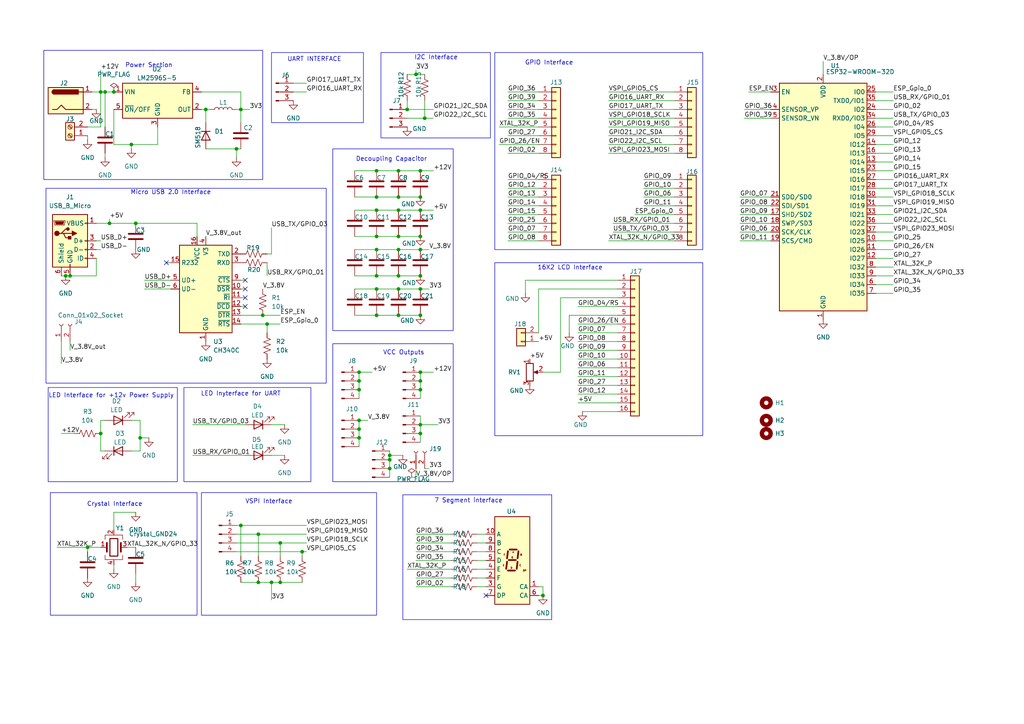
<source format=kicad_sch>
(kicad_sch (version 20250114) (generator "eeschema") (generator_version "9.0")
  (paper "A4")
  (title_block (title "ESP32 WROOM 32D"))
  (rectangle (start 116.84 143.51) (end 160.02 179.705))
  (rectangle (start 96.52 99.695) (end 131.445 139.7))
  (rectangle (start 58.42 142.875) (end 109.22 178.435))
  (rectangle (start 143.51 15.24) (end 203.835 72.39))
  (rectangle (start 12.7 14.605) (end 76.2 52.07))
  (rectangle (start 14.605 142.875) (end 57.15 178.435))
  (rectangle (start 110.49 15.24) (end 142.24 40.005))
  (rectangle (start 143.51 76.2) (end 203.835 126.365))
  (rectangle (start 13.97 112.395) (end 51.435 139.7))
  (rectangle (start 13.335 54.61) (end 94.615 111.125))
  (rectangle (start 53.34 112.395) (end 90.17 139.7))
  (rectangle (start 78.74 15.24) (end 105.41 35.56))
  (rectangle (start 96.52 43.18) (end 131.445 95.885))
  (text "16X2 LCD Interface" (at 165.354 77.724 0) (effects (font (size 1.27 1.27))))
  (text "LED Inyterface for UART" (at 69.85 114.3 0) (effects (font (size 1.27 1.27))))
  (text "7 Segment interface" (at 135.89 145.288 0) (effects (font (size 1.27 1.27))))
  (text "Decoupling Capacitor" (at 113.538 46.228 0) (effects (font (size 1.27 1.27))))
  (text "LED Interface for +12v Power Supply" (at 32.258 114.808 0) (effects (font (size 1.27 1.27))))
  (text "GPIO Interface" (at 159.258 18.288 0) (effects (font (size 1.27 1.27))))
  (text "Micro USB 2.0 Interface" (at 49.53 55.88 0) (effects (font (size 1.27 1.27))))
  (text "VSPI Interface" (at 77.978 145.542 0) (effects (font (size 1.27 1.27))))
  (text "UART INTERFACE" (at 91.186 17.272 0) (effects (font (size 1.27 1.27))))
  (text "VCC Outputs" (at 117.094 102.362 0) (effects (font (size 1.27 1.27))))
  (text "I2C Interface\n" (at 126.492 16.764 0) (effects (font (size 1.27 1.27))))
  (text "Power Section" (at 43.18 19.05 0) (effects (font (size 1.27 1.27))))
  (text "Crystal Interface" (at 33.274 146.304 0) (effects (font (size 1.27 1.27))))
  (junction (at 59.69 31.75))
  (junction (at 104.14 107.95))
  (junction (at 109.22 57.15))
  (junction (at 109.22 72.39))
  (junction (at 87.63 160.02))
  (junction (at 31.75 64.77))
  (junction (at 121.92 110.49))
  (junction (at 115.57 72.39))
  (junction (at 25.4 158.75))
  (junction (at 104.14 127))
  (junction (at 121.92 49.53))
  (junction (at 81.28 157.48))
  (junction (at 115.57 49.53))
  (junction (at 19.05 80.01))
  (junction (at 109.22 68.58))
  (junction (at 104.14 113.03))
  (junction (at 123.19 34.29))
  (junction (at 115.57 91.44))
  (junction (at 33.02 26.67))
  (junction (at 109.22 49.53))
  (junction (at 113.03 132.08))
  (junction (at 121.92 80.01))
  (junction (at 20.32 80.01))
  (junction (at 113.03 133.35))
  (junction (at 115.57 60.96))
  (junction (at 74.93 168.91))
  (junction (at 113.03 135.89))
  (junction (at 115.57 83.82))
  (junction (at 104.14 121.92))
  (junction (at 121.92 107.95))
  (junction (at 120.65 21.59))
  (junction (at 121.92 60.96))
  (junction (at 118.11 31.75))
  (junction (at 121.92 57.15))
  (junction (at 121.92 123.19))
  (junction (at 74.93 154.94))
  (junction (at 121.92 68.58))
  (junction (at 157.48 172.72))
  (junction (at 115.57 68.58))
  (junction (at 115.57 57.15))
  (junction (at 76.2 91.44))
  (junction (at 121.92 83.82))
  (junction (at 29.21 26.67))
  (junction (at 68.58 43.18))
  (junction (at 109.22 91.44))
  (junction (at 109.22 60.96))
  (junction (at 109.22 80.01))
  (junction (at 104.14 124.46))
  (junction (at 77.47 93.98))
  (junction (at 69.85 152.4))
  (junction (at 121.92 125.73))
  (junction (at 38.1 41.91))
  (junction (at 81.28 168.91))
  (junction (at 29.21 125.73))
  (junction (at 78.74 168.91))
  (junction (at 121.92 113.03))
  (junction (at 69.85 31.75))
  (junction (at 121.92 72.39))
  (junction (at 39.37 64.77))
  (junction (at 121.92 91.44))
  (junction (at 115.57 80.01))
  (junction (at 40.64 127))
  (junction (at 104.14 110.49))
  (junction (at 109.22 83.82))
  (junction (at 30.48 26.67))
  (no_connect (at 71.12 86.36))
  (no_connect (at 48.26 76.2))
  (no_connect (at 71.12 81.28))
  (no_connect (at 71.12 83.82))
  (no_connect (at 140.97 172.72))
  (no_connect (at 71.12 88.9))
  (wire (pts (xy 33.02 148.59) (xy 39.37 148.59)))
  (wire (pts (xy 87.63 160.02) (xy 87.63 161.29)))
  (wire (pts (xy 33.02 31.75) (xy 33.02 41.91)))
  (wire (pts (xy 119.38 138.43) (xy 120.65 138.43)))
  (wire (pts (xy 19.05 80.01) (xy 20.32 80.01)))
  (wire (pts (xy 38.1 43.18) (xy 38.1 41.91)))
  (wire (pts (xy 156.21 83.82) (xy 156.21 96.52)))
  (wire (pts (xy 102.87 60.96) (xy 109.22 60.96)))
  (wire (pts (xy 102.87 72.39) (xy 109.22 72.39)))
  (wire (pts (xy 259.08 36.83) (xy 254 36.83)))
  (wire (pts (xy 20.32 101.6) (xy 20.32 99.06)))
  (wire (pts (xy 115.57 57.15) (xy 121.92 57.15)))
  (wire (pts (xy 76.2 91.44) (xy 81.28 91.44)))
  (wire (pts (xy 81.28 157.48) (xy 68.58 157.48)))
  (wire (pts (xy 254 29.21) (xy 259.08 29.21)))
  (wire (pts (xy 186.69 57.15) (xy 195.58 57.15)))
  (wire (pts (xy 88.9 152.4) (xy 69.85 152.4)))
  (wire (pts (xy 179.07 86.36) (xy 162.56 86.36)))
  (wire (pts (xy 104.14 121.92) (xy 104.14 124.46)))
  (wire (pts (xy 167.64 114.3) (xy 179.07 114.3)))
  (wire (pts (xy 109.22 72.39) (xy 115.57 72.39)))
  (wire (pts (xy 27.94 64.77) (xy 31.75 64.77)))
  (wire (pts (xy 176.53 69.85) (xy 195.58 69.85)))
  (wire (pts (xy 254 34.29) (xy 259.08 34.29)))
  (wire (pts (xy 259.08 72.39) (xy 254 72.39)))
  (wire (pts (xy 138.43 170.18) (xy 140.97 170.18)))
  (wire (pts (xy 157.48 172.72) (xy 156.21 172.72)))
  (wire (pts (xy 259.08 62.23) (xy 254 62.23)))
  (wire (pts (xy 123.19 34.29) (xy 125.73 34.29)))
  (wire (pts (xy 121.92 110.49) (xy 121.92 113.03)))
  (wire (pts (xy 125.73 31.75) (xy 118.11 31.75)))
  (wire (pts (xy 176.53 39.37) (xy 195.58 39.37)))
  (wire (pts (xy 113.03 135.89) (xy 113.03 138.43)))
  (wire (pts (xy 102.87 80.01) (xy 109.22 80.01)))
  (wire (pts (xy 88.9 157.48) (xy 81.28 157.48)))
  (wire (pts (xy 120.65 20.32) (xy 120.65 21.59)))
  (wire (pts (xy 120.65 170.18) (xy 130.81 170.18)))
  (wire (pts (xy 33.02 41.91) (xy 38.1 41.91)))
  (wire (pts (xy 16.51 158.75) (xy 25.4 158.75)))
  (wire (pts (xy 26.67 26.67) (xy 29.21 26.67)))
  (wire (pts (xy 109.22 49.53) (xy 115.57 49.53)))
  (wire (pts (xy 33.02 26.67) (xy 30.48 26.67)))
  (wire (pts (xy 120.65 162.56) (xy 130.81 162.56)))
  (wire (pts (xy 147.32 29.21) (xy 156.21 29.21)))
  (wire (pts (xy 168.91 119.38) (xy 179.07 119.38)))
  (wire (pts (xy 69.85 168.91) (xy 74.93 168.91)))
  (wire (pts (xy 121.92 83.82) (xy 124.46 83.82)))
  (wire (pts (xy 113.03 132.08) (xy 113.03 133.35)))
  (wire (pts (xy 167.64 99.06) (xy 179.07 99.06)))
  (wire (pts (xy 121.92 125.73) (xy 121.92 128.27)))
  (wire (pts (xy 147.32 26.67) (xy 156.21 26.67)))
  (wire (pts (xy 88.9 26.67) (xy 85.09 26.67)))
  (wire (pts (xy 78.74 66.04) (xy 78.74 73.66)))
  (wire (pts (xy 109.22 91.44) (xy 115.57 91.44)))
  (wire (pts (xy 31.75 63.5) (xy 31.75 64.77)))
  (wire (pts (xy 147.32 69.85) (xy 156.21 69.85)))
  (wire (pts (xy 152.4 81.28) (xy 152.4 85.09)))
  (wire (pts (xy 176.53 41.91) (xy 195.58 41.91)))
  (wire (pts (xy 55.88 132.08) (xy 71.12 132.08)))
  (wire (pts (xy 121.92 123.19) (xy 127 123.19)))
  (wire (pts (xy 259.08 46.99) (xy 254 46.99)))
  (wire (pts (xy 77.47 93.98) (xy 81.28 93.98)))
  (wire (pts (xy 113.03 130.81) (xy 113.03 132.08)))
  (wire (pts (xy 113.03 133.35) (xy 113.03 135.89)))
  (wire (pts (xy 104.14 127) (xy 104.14 129.54)))
  (wire (pts (xy 147.32 54.61) (xy 156.21 54.61)))
  (wire (pts (xy 118.11 165.1) (xy 130.81 165.1)))
  (wire (pts (xy 118.11 21.59) (xy 120.65 21.59)))
  (wire (pts (xy 102.87 83.82) (xy 109.22 83.82)))
  (wire (pts (xy 102.87 68.58) (xy 109.22 68.58)))
  (wire (pts (xy 115.57 68.58) (xy 121.92 68.58)))
  (wire (pts (xy 31.75 64.77) (xy 39.37 64.77)))
  (wire (pts (xy 259.08 44.45) (xy 254 44.45)))
  (wire (pts (xy 186.69 54.61) (xy 195.58 54.61)))
  (wire (pts (xy 71.12 83.82) (xy 69.85 83.82)))
  (wire (pts (xy 68.58 43.18) (xy 68.58 45.72)))
  (wire (pts (xy 69.85 43.18) (xy 68.58 43.18)))
  (wire (pts (xy 87.63 160.02) (xy 68.58 160.02)))
  (wire (pts (xy 214.63 64.77) (xy 223.52 64.77)))
  (wire (pts (xy 109.22 57.15) (xy 115.57 57.15)))
  (wire (pts (xy 147.32 34.29) (xy 156.21 34.29)))
  (wire (pts (xy 167.64 101.6) (xy 179.07 101.6)))
  (wire (pts (xy 30.48 26.67) (xy 30.48 36.83)))
  (wire (pts (xy 144.78 41.91) (xy 156.21 41.91)))
  (wire (pts (xy 167.64 106.68) (xy 179.07 106.68)))
  (wire (pts (xy 147.32 67.31) (xy 156.21 67.31)))
  (wire (pts (xy 59.69 31.75) (xy 59.69 35.56)))
  (wire (pts (xy 165.1 91.44) (xy 165.1 96.52)))
  (wire (pts (xy 39.37 64.77) (xy 57.15 64.77)))
  (wire (pts (xy 29.21 26.67) (xy 30.48 26.67)))
  (wire (pts (xy 176.53 36.83) (xy 195.58 36.83)))
  (wire (pts (xy 20.32 80.01) (xy 27.94 80.01)))
  (wire (pts (xy 49.53 83.82) (xy 41.91 83.82)))
  (wire (pts (xy 58.42 26.67) (xy 69.85 26.67)))
  (wire (pts (xy 88.9 24.13) (xy 85.09 24.13)))
  (wire (pts (xy 214.63 67.31) (xy 223.52 67.31)))
  (wire (pts (xy 36.83 158.75) (xy 39.37 158.75)))
  (wire (pts (xy 29.21 36.83) (xy 29.21 26.67)))
  (wire (pts (xy 259.08 69.85) (xy 254 69.85)))
  (wire (pts (xy 78.74 132.08) (xy 82.55 132.08)))
  (wire (pts (xy 121.92 72.39) (xy 124.46 72.39)))
  (wire (pts (xy 69.85 26.67) (xy 69.85 31.75)))
  (wire (pts (xy 30.48 130.81) (xy 29.21 130.81)))
  (wire (pts (xy 104.14 124.46) (xy 104.14 127)))
  (wire (pts (xy 30.48 44.45) (xy 30.48 45.72)))
  (wire (pts (xy 40.64 130.81) (xy 40.64 127)))
  (wire (pts (xy 121.92 107.95) (xy 121.92 110.49)))
  (wire (pts (xy 104.14 110.49) (xy 104.14 113.03)))
  (wire (pts (xy 17.78 125.73) (xy 21.59 125.73)))
  (wire (pts (xy 147.32 44.45) (xy 156.21 44.45)))
  (wire (pts (xy 29.21 20.32) (xy 29.21 26.67)))
  (wire (pts (xy 104.14 113.03) (xy 104.14 115.57)))
  (wire (pts (xy 59.69 31.75) (xy 60.96 31.75)))
  (wire (pts (xy 78.74 168.91) (xy 78.74 173.99)))
  (wire (pts (xy 177.8 64.77) (xy 195.58 64.77)))
  (wire (pts (xy 26.67 31.75) (xy 27.94 31.75)))
  (wire (pts (xy 138.43 157.48) (xy 140.97 157.48)))
  (wire (pts (xy 39.37 166.37) (xy 39.37 168.91)))
  (wire (pts (xy 120.65 154.94) (xy 130.81 154.94)))
  (wire (pts (xy 259.08 41.91) (xy 254 41.91)))
  (wire (pts (xy 138.43 162.56) (xy 140.97 162.56)))
  (wire (pts (xy 57.15 68.58) (xy 57.15 64.77)))
  (wire (pts (xy 259.08 39.37) (xy 254 39.37)))
  (wire (pts (xy 120.65 157.48) (xy 130.81 157.48)))
  (wire (pts (xy 104.14 107.95) (xy 107.95 107.95)))
  (wire (pts (xy 45.72 41.91) (xy 38.1 41.91)))
  (wire (pts (xy 259.08 26.67) (xy 254 26.67)))
  (wire (pts (xy 17.78 105.41) (xy 17.78 99.06)))
  (wire (pts (xy 156.21 170.18) (xy 157.48 170.18)))
  (wire (pts (xy 49.53 81.28) (xy 41.91 81.28)))
  (wire (pts (xy 186.69 52.07) (xy 195.58 52.07)))
  (wire (pts (xy 162.56 86.36) (xy 162.56 107.95)))
  (wire (pts (xy 124.46 135.89) (xy 123.19 135.89)))
  (wire (pts (xy 259.08 77.47) (xy 254 77.47)))
  (wire (pts (xy 259.08 85.09) (xy 254 85.09)))
  (wire (pts (xy 147.32 31.75) (xy 156.21 31.75)))
  (wire (pts (xy 147.32 62.23) (xy 156.21 62.23)))
  (wire (pts (xy 121.92 107.95) (xy 125.73 107.95)))
  (wire (pts (xy 214.63 57.15) (xy 223.52 57.15)))
  (wire (pts (xy 121.92 120.65) (xy 121.92 123.19)))
  (wire (pts (xy 176.53 34.29) (xy 195.58 34.29)))
  (wire (pts (xy 71.12 88.9) (xy 69.85 88.9)))
  (wire (pts (xy 69.85 93.98) (xy 77.47 93.98)))
  (wire (pts (xy 259.08 67.31) (xy 254 67.31)))
  (wire (pts (xy 74.93 154.94) (xy 88.9 154.94)))
  (wire (pts (xy 25.4 158.75) (xy 25.4 160.02)))
  (wire (pts (xy 27.94 74.93) (xy 27.94 80.01)))
  (wire (pts (xy 147.32 57.15) (xy 156.21 57.15)))
  (wire (pts (xy 215.9 34.29) (xy 223.52 34.29)))
  (wire (pts (xy 147.32 39.37) (xy 156.21 39.37)))
  (wire (pts (xy 138.43 154.94) (xy 140.97 154.94)))
  (wire (pts (xy 123.19 29.21) (xy 123.19 34.29)))
  (wire (pts (xy 259.08 59.69) (xy 254 59.69)))
  (wire (pts (xy 120.65 160.02) (xy 130.81 160.02)))
  (wire (pts (xy 176.53 44.45) (xy 195.58 44.45)))
  (wire (pts (xy 40.64 127) (xy 43.18 127)))
  (wire (pts (xy 259.08 52.07) (xy 254 52.07)))
  (wire (pts (xy 38.1 121.92) (xy 40.64 121.92)))
  (wire (pts (xy 176.53 29.21) (xy 195.58 29.21)))
  (wire (pts (xy 48.26 76.2) (xy 49.53 76.2)))
  (wire (pts (xy 167.64 88.9) (xy 179.07 88.9)))
  (wire (pts (xy 78.74 123.19) (xy 82.55 123.19)))
  (wire (pts (xy 120.65 21.59) (xy 123.19 21.59)))
  (wire (pts (xy 121.92 60.96) (xy 125.73 60.96)))
  (wire (pts (xy 71.12 81.28) (xy 69.85 81.28)))
  (wire (pts (xy 217.17 26.67) (xy 223.52 26.67)))
  (wire (pts (xy 102.87 49.53) (xy 109.22 49.53)))
  (wire (pts (xy 38.1 130.81) (xy 40.64 130.81)))
  (wire (pts (xy 68.58 154.94) (xy 74.93 154.94)))
  (wire (pts (xy 147.32 52.07) (xy 156.21 52.07)))
  (wire (pts (xy 120.65 167.64) (xy 130.81 167.64)))
  (wire (pts (xy 115.57 49.53) (xy 121.92 49.53)))
  (wire (pts (xy 109.22 83.82) (xy 115.57 83.82)))
  (wire (pts (xy 115.57 80.01) (xy 121.92 80.01)))
  (wire (pts (xy 29.21 130.81) (xy 29.21 125.73)))
  (wire (pts (xy 167.64 104.14) (xy 179.07 104.14)))
  (wire (pts (xy 27.94 72.39) (xy 29.21 72.39)))
  (wire (pts (xy 138.43 167.64) (xy 140.97 167.64)))
  (wire (pts (xy 69.85 91.44) (xy 76.2 91.44)))
  (wire (pts (xy 238.76 17.78) (xy 238.76 21.59)))
  (wire (pts (xy 109.22 60.96) (xy 115.57 60.96)))
  (wire (pts (xy 74.93 168.91) (xy 78.74 168.91)))
  (wire (pts (xy 115.57 72.39) (xy 121.92 72.39)))
  (wire (pts (xy 33.02 153.67) (xy 33.02 148.59)))
  (wire (pts (xy 25.4 36.83) (xy 29.21 36.83)))
  (wire (pts (xy 29.21 125.73) (xy 29.21 121.92)))
  (wire (pts (xy 55.88 123.19) (xy 71.12 123.19)))
  (wire (pts (xy 45.72 36.83) (xy 45.72 41.91)))
  (wire (pts (xy 144.78 36.83) (xy 156.21 36.83)))
  (wire (pts (xy 259.08 82.55) (xy 254 82.55)))
  (wire (pts (xy 77.47 73.66) (xy 78.74 73.66)))
  (wire (pts (xy 71.12 86.36) (xy 69.85 86.36)))
  (wire (pts (xy 184.15 62.23) (xy 195.58 62.23)))
  (wire (pts (xy 186.69 59.69) (xy 195.58 59.69)))
  (wire (pts (xy 104.14 107.95) (xy 104.14 110.49)))
  (wire (pts (xy 147.32 59.69) (xy 156.21 59.69)))
  (wire (pts (xy 214.63 69.85) (xy 223.52 69.85)))
  (wire (pts (xy 118.11 34.29) (xy 123.19 34.29)))
  (wire (pts (xy 88.9 160.02) (xy 87.63 160.02)))
  (wire (pts (xy 259.08 31.75) (xy 254 31.75)))
  (wire (pts (xy 74.93 161.29) (xy 74.93 154.94)))
  (wire (pts (xy 214.63 59.69) (xy 223.52 59.69)))
  (wire (pts (xy 167.64 116.84) (xy 179.07 116.84)))
  (wire (pts (xy 259.08 64.77) (xy 254 64.77)))
  (wire (pts (xy 78.74 168.91) (xy 81.28 168.91)))
  (wire (pts (xy 179.07 91.44) (xy 165.1 91.44)))
  (wire (pts (xy 121.92 123.19) (xy 121.92 125.73)))
  (wire (pts (xy 59.69 43.18) (xy 68.58 43.18)))
  (wire (pts (xy 214.63 62.23) (xy 223.52 62.23)))
  (wire (pts (xy 259.08 80.01) (xy 254 80.01)))
  (wire (pts (xy 40.64 127) (xy 40.64 121.92)))
  (wire (pts (xy 113.03 132.08) (xy 116.84 132.08)))
  (wire (pts (xy 167.64 111.76) (xy 179.07 111.76)))
  (wire (pts (xy 259.08 57.15) (xy 254 57.15)))
  (wire (pts (xy 176.53 26.67) (xy 195.58 26.67)))
  (wire (pts (xy 162.56 107.95) (xy 157.48 107.95)))
  (wire (pts (xy 152.4 81.28) (xy 179.07 81.28)))
  (wire (pts (xy 69.85 31.75) (xy 69.85 35.56)))
  (wire (pts (xy 215.9 31.75) (xy 223.52 31.75)))
  (wire (pts (xy 69.85 152.4) (xy 68.58 152.4)))
  (wire (pts (xy 259.08 74.93) (xy 254 74.93)))
  (wire (pts (xy 156.21 83.82) (xy 179.07 83.82)))
  (wire (pts (xy 121.92 113.03) (xy 121.92 115.57)))
  (wire (pts (xy 33.02 163.83) (xy 33.02 165.1)))
  (wire (pts (xy 102.87 57.15) (xy 109.22 57.15)))
  (wire (pts (xy 77.47 93.98) (xy 77.47 96.52)))
  (wire (pts (xy 25.4 158.75) (xy 29.21 158.75)))
  (wire (pts (xy 58.42 31.75) (xy 59.69 31.75)))
  (wire (pts (xy 157.48 170.18) (xy 157.48 172.72)))
  (wire (pts (xy 109.22 68.58) (xy 115.57 68.58)))
  (wire (pts (xy 121.92 49.53) (xy 125.73 49.53)))
  (wire (pts (xy 259.08 54.61) (xy 254 54.61)))
  (wire (pts (xy 17.78 80.01) (xy 19.05 80.01)))
  (wire (pts (xy 81.28 157.48) (xy 81.28 161.29)))
  (wire (pts (xy 77.47 76.2) (xy 77.47 80.01)))
  (wire (pts (xy 147.32 64.77) (xy 156.21 64.77)))
  (wire (pts (xy 176.53 31.75) (xy 195.58 31.75)))
  (wire (pts (xy 81.28 168.91) (xy 87.63 168.91)))
  (wire (pts (xy 118.11 29.21) (xy 118.11 31.75)))
  (wire (pts (xy 109.22 80.01) (xy 115.57 80.01)))
  (wire (pts (xy 29.21 121.92) (xy 30.48 121.92)))
  (wire (pts (xy 138.43 160.02) (xy 140.97 160.02)))
  (wire (pts (xy 69.85 31.75) (xy 68.58 31.75)))
  (wire (pts (xy 167.64 93.98) (xy 179.07 93.98)))
  (wire (pts (xy 120.65 138.43) (xy 120.65 135.89)))
  (wire (pts (xy 177.8 67.31) (xy 195.58 67.31)))
  (wire (pts (xy 167.64 96.52) (xy 179.07 96.52)))
  (wire (pts (xy 167.64 109.22) (xy 179.07 109.22)))
  (wire (pts (xy 69.85 152.4) (xy 69.85 161.29)))
  (wire (pts (xy 259.08 49.53) (xy 254 49.53)))
  (wire (pts (xy 25.4 39.37) (xy 25.4 40.64)))
  (wire (pts (xy 115.57 91.44) (xy 121.92 91.44)))
  (wire (pts (xy 102.87 91.44) (xy 109.22 91.44)))
  (wire (pts (xy 115.57 83.82) (xy 121.92 83.82)))
  (wire (pts (xy 138.43 165.1) (xy 140.97 165.1)))
  (wire (pts (xy 72.39 31.75) (xy 69.85 31.75)))
  (wire (pts (xy 115.57 60.96) (xy 121.92 60.96)))
  (wire (pts (xy 104.14 121.92) (xy 106.68 121.92)))
  (wire (pts (xy 29.21 69.85) (xy 27.94 69.85)))
  (label "GPIO16_UART_RX" (at 176.53 29.21 0))
  (label "GPIO22_I2C_SCL" (at 259.08 64.77 0))
  (label "GPIO22_I2C_SCL" (at 125.73 34.29 0))
  (label "VSPI_GPIO19_MISO" (at 176.53 36.83 0))
  (label "GPIO_08" (at 147.32 69.85 0))
  (label "GPIO17_UART_TX" (at 88.9 24.13 0))
  (label "V_3.8V_out" (at 59.69 68.58 0))
  (label "GPIO_34" (at 259.08 82.55 0))
  (label "3V3" (at 124.46 83.82 0))
  (label "USB_RX{slash}GPIO_01" (at 177.8 64.77 0))
  (label "GPIO_02" (at 147.32 44.45 0))
  (label "GPIO_14" (at 147.32 59.69 0))
  (label "GPIO_25" (at 259.08 69.85 0))
  (label "GPIO_26{slash}EN" (at 259.08 72.39 0))
  (label "GPIO_39" (at 215.9 34.29 0))
  (label "USB_D-" (at 41.91 83.82 0))
  (label "ESP_Gpio_0" (at 184.15 62.23 0))
  (label "VSPI_GPIO23_MOSI" (at 176.53 44.45 0))
  (label "+5V" (at 156.21 99.06 0))
  (label "GPIO_11" (at 186.69 59.69 0))
  (label "3V3" (at 78.74 173.99 0))
  (label "XTAL_32K_P" (at 259.08 77.47 0))
  (label "GPIO_09" (at 186.69 52.07 0))
  (label "+5V" (at 31.75 63.5 0))
  (label "GPIO_27" (at 147.32 39.37 0))
  (label "GPIO22_I2C_SCL" (at 176.53 41.91 0))
  (label "GPIO_27" (at 167.64 111.76 0))
  (label "VSPI_GPIO19_MISO" (at 259.08 59.69 0))
  (label "XTAL_32K_N{slash}GPIO_33" (at 176.53 69.85 0))
  (label "GPIO_13" (at 259.08 44.45 0))
  (label "GPIO21_I2C_SDA" (at 125.73 31.75 0))
  (label "VSPI_GPIO23_MOSI" (at 88.9 152.4 0))
  (label "GPIO_04{slash}RS" (at 259.08 36.83 0))
  (label "GPIO_35" (at 120.65 162.56 0))
  (label "USB_TX{slash}GPIO_03" (at 78.74 66.04 0))
  (label "GPIO21_I2C_SDA" (at 176.53 39.37 0))
  (label "USB_D+" (at 29.21 69.85 0))
  (label "GPIO16_UART_RX" (at 259.08 52.07 0))
  (label "VSPI_GPIO5_CS" (at 176.53 26.67 0))
  (label "XTAL_32K_P" (at 16.51 158.75 0))
  (label "GPIO_35" (at 259.08 85.09 0))
  (label "GPIO_06" (at 214.63 67.31 0))
  (label "+12V" (at 17.78 125.73 0))
  (label "GPIO_36" (at 215.9 31.75 0))
  (label "USB_TX{slash}GPIO_03" (at 259.08 34.29 0))
  (label "VSPI_GPIO5_CS" (at 259.08 39.37 0))
  (label "+12V" (at 125.73 107.95 0))
  (label "XTAL_32K_N{slash}GPIO_33" (at 259.08 80.01 0))
  (label "USB_RX{slash}GPIO_01" (at 55.88 132.08 0))
  (label "VSPI_GPIO18_SCLK" (at 88.9 157.48 0))
  (label "GPIO_13" (at 147.32 57.15 0))
  (label "GPIO_25" (at 147.32 64.77 0))
  (label "GPIO21_I2C_SDA" (at 259.08 62.23 0))
  (label "GPIO_12" (at 147.32 54.61 0))
  (label "GPIO_10" (at 214.63 64.77 0))
  (label "XTAL_32K_N{slash}GPIO_33" (at 36.83 158.75 0))
  (label "GPIO_02" (at 120.65 170.18 0))
  (label "GPIO_08" (at 214.63 59.69 0))
  (label "GPIO_04{slash}RS" (at 167.64 88.9 0))
  (label "GPIO_14" (at 259.08 46.99 0))
  (label "GPIO_36" (at 120.65 154.94 0))
  (label "ESP_Gpio_0" (at 81.28 93.98 0))
  (label "GPIO_04{slash}RS" (at 147.32 52.07 0))
  (label "USB_RX{slash}GPIO_01" (at 259.08 29.21 0))
  (label "VSPI_GPIO18_SCLK" (at 259.08 57.15 0))
  (label "+5V" (at 107.95 107.95 0))
  (label "GPIO_34" (at 147.32 31.75 0))
  (label "VSPI_GPIO5_CS" (at 88.9 160.02 0))
  (label "GPIO_10" (at 167.64 104.14 0))
  (label "GPIO_12" (at 259.08 41.91 0))
  (label "GPIO_12" (at 167.64 114.3 0))
  (label "+5V" (at 125.73 60.96 0))
  (label "GPIO_06" (at 167.64 106.68 0))
  (label "GPIO_11" (at 214.63 69.85 0))
  (label "+12V" (at 125.73 49.53 0))
  (label "GPIO16_UART_RX" (at 88.9 26.67 0))
  (label "XTAL_32K_P" (at 144.78 36.83 0))
  (label "GPIO17_UART_TX" (at 259.08 54.61 0))
  (label "GPIO_35" (at 147.32 34.29 0))
  (label "V_3.8V_out" (at 20.32 101.6 0))
  (label "3V3" (at 127 123.19 0))
  (label "V_3.8V" (at 17.78 105.41 0))
  (label "GPIO_09" (at 214.63 62.23 0))
  (label "GPIO_26{slash}EN" (at 144.78 41.91 0))
  (label "VSPI_GPIO23_MOSI" (at 259.08 67.31 0))
  (label "+5V" (at 167.64 116.84 0))
  (label "ESP_EN" (at 217.17 26.67 0))
  (label "USB_D-" (at 29.21 72.39 0))
  (label "V_3.8V{slash}OP" (at 120.65 138.43 0))
  (label "V_3.8V" (at 124.46 72.39 0))
  (label "3V3" (at 72.39 31.75 0))
  (label "GPIO_09" (at 167.64 101.6 0))
  (label "USB_D+" (at 41.91 81.28 0))
  (label "GPIO_07" (at 167.64 96.52 0))
  (label "GPIO_02" (at 259.08 31.75 0))
  (label "3V3" (at 120.65 20.32 0))
  (label "GPIO_07" (at 214.63 57.15 0))
  (label "V_3.8V" (at 76.2 83.82 0))
  (label "GPIO_39" (at 147.32 29.21 0))
  (label "GPIO_08" (at 167.64 99.06 0))
  (label "GPIO17_UART_TX" (at 176.53 31.75 0))
  (label "USB_RX{slash}GPIO_01" (at 77.47 80.01 0))
  (label "GPIO_07" (at 147.32 67.31 0))
  (label "ESP_EN" (at 81.28 91.44 0))
  (label "ESP_Gpio_0" (at 259.08 26.67 0))
  (label "V_3.8V" (at 106.68 121.92 0))
  (label "GPIO_36" (at 147.32 26.67 0))
  (label "+12V" (at 29.21 20.32 0))
  (label "VSPI_GPIO19_MISO" (at 88.9 154.94 0))
  (label "GPIO_10" (at 186.69 54.61 0))
  (label "GPIO_06" (at 186.69 57.15 0))
  (label "USB_TX{slash}GPIO_03" (at 177.8 67.31 0))
  (label "GPIO_39" (at 120.65 157.48 0))
  (label "GPIO_15" (at 259.08 49.53 0))
  (label "V_3.8V{slash}OP" (at 238.76 17.78 0))
  (label "GPIO_34" (at 120.65 160.02 0))
  (label "GPIO_11" (at 167.64 109.22 0))
  (label "GPIO_27" (at 120.65 167.64 0))
  (label "3V3" (at 124.46 135.89 0))
  (label "XTAL_32K_P" (at 118.11 165.1 0))
  (label "+5V" (at 153.67 104.14 0))
  (label "USB_TX{slash}GPIO_03" (at 55.88 123.19 0))
  (label "VSPI_GPIO18_SCLK" (at 176.53 34.29 0))
  (label "GPIO_15" (at 147.32 62.23 0))
  (label "GPIO_26{slash}EN" (at 167.64 93.98 0))
  (label "GPIO_27" (at 259.08 74.93 0))
  (symbol (lib_id "Device:R_US") (at 134.62 160.02 270) (unit 1)
    (property "Reference" "R14" (at 131.318 160.02 90) (effects (justify left)))
    (property "Value" "10k" (effects (hide yes)))
    (property "Footprint" "Resistor_SMD:R_0805_2012Metric_Pad1.20x1.40mm_HandSolder" (effects (hide yes)))
    (property "Description" "Resistor, US symbol" (effects (hide yes)))
  )
  (symbol (lib_id "power:GND") (at 85.09 29.21 0) (unit 1)
    (property "Reference" "#PWR018" (effects (hide yes)))
    (property "Value" "GND" (at 85.09 34.29 0))
    (property "Description" "Power symbol creates a global label with name \"GND\" , ground" (effects (hide yes)))
  )
  (symbol (lib_id "Device:C") (at 109.22 87.63 0) (unit 1)
    (property "Reference" "C19" (at 109.22 85.852 0) (effects (justify left)))
    (property "Value" "C" (effects (hide yes)))
    (property "Footprint" "Capacitor_SMD:C_0805_2012Metric_Pad1.18x1.45mm_HandSolder" (effects (hide yes)))
    (property "Description" "Unpolarized capacitor" (effects (hide yes)))
  )
  (symbol (lib_id "Device:R_US") (at 69.85 165.1 0) (unit 1)
    (property "Reference" "R6" (at 65.278 163.322 0) (effects (justify left)))
    (property "Value" "10k" (at 65.278 165.862 0) (effects (justify left)))
    (property "Footprint" "Resistor_SMD:R_0805_2012Metric_Pad1.20x1.40mm_HandSolder" (effects (hide yes)))
    (property "Description" "Resistor, US symbol" (effects (hide yes)))
  )
  (symbol (lib_id "Device:C") (at 109.22 53.34 0) (unit 1)
    (property "Reference" "C7" (at 109.22 51.562 0) (effects (justify left)))
    (property "Value" "C" (effects (hide yes)))
    (property "Footprint" "Capacitor_SMD:C_0805_2012Metric_Pad1.18x1.45mm_HandSolder" (effects (hide yes)))
    (property "Description" "Unpolarized capacitor" (effects (hide yes)))
  )
  (symbol (lib_id "Connector:Conn_01x02_Socket") (at 120.65 130.81 90) (unit 1)
    (property "Reference" "J19" (at 124.46 130.1749 90) (effects (justify right)))
    (property "Value" "Conn_01x02_Socket" (effects (hide yes)))
    (property "Footprint" "Connector_Molex:Molex_KK-254_AE-6410-02A_1x02_P2.54mm_Vertical" (effects (hide yes)))
    (property "Description" "Generic connector, single row, 01x02, script generated" (effects (hide yes)))
  )
  (symbol (lib_id "Interface_USB:CH340C") (at 59.69 83.82 0) (unit 1)
    (property "Reference" "U3" (at 61.8333 99.06 0) (effects (justify left)))
    (property "Value" "CH340C" (at 61.8333 101.6 0) (effects (justify left)))
    (property "Footprint" "Package_SO:SOIC-16_3.9x9.9mm_P1.27mm" (effects (hide yes)))
    (property "Datasheet" "https://datasheet.lcsc.com/szlcsc/Jiangsu-Qin-Heng-CH340C_C84681.pdf" (effects (hide yes)))
    (property "Description" "USB serial converter, crystal-less, UART, SOIC-16" (effects (hide yes)))
  )
  (symbol (lib_id "power:PWR_FLAG") (at 33.02 26.67 0) (unit 1)
    (property "Reference" "#FLG01" (effects (hide yes)))
    (property "Value" "PWR_FLAG" (at 33.02 21.59 0))
    (property "Description" "Special symbol for telling ERC where power comes from" (effects (hide yes)))
  )
  (symbol (lib_id "power:GND") (at 121.92 57.15 0) (unit 1)
    (property "Reference" "#PWR021" (effects (hide yes)))
    (property "Value" "GND" (at 118.364 59.182 0))
    (property "Description" "Power symbol creates a global label with name \"GND\" , ground" (effects (hide yes)))
  )
  (symbol (lib_id "Regulator_Switching:LM2596S-5") (at 45.72 29.21 0) (unit 1)
    (property "Reference" "U2" (at 45.466 20.066 0))
    (property "Value" "LM2596S-5" (at 45.466 22.606 0))
    (property "Footprint" "Package_TO_SOT_SMD:TO-263-5_TabPin3" (effects (hide yes)))
    (property "Datasheet" "http://www.ti.com/lit/ds/symlink/lm2596.pdf" (effects (hide yes)))
    (property "Description" "5V 3A Step-Down Voltage Regulator, TO-263" (effects (hide yes)))
  )
  (symbol (lib_id "Connector:Conn_01x04_Pin") (at 99.06 124.46 0) (unit 1)
    (property "Reference" "J10" (at 102.108 118.618 0))
    (property "Value" "Conn_01x04_Pin" (effects (hide yes)))
    (property "Footprint" "Connector:FanPinHeader_1x04_P2.54mm_Vertical" (effects (hide yes)))
    (property "Description" "Generic connector, single row, 01x04, script generated" (effects (hide yes)))
  )
  (symbol (lib_id "power:GND") (at 38.1 43.18 0) (unit 1)
    (property "Reference" "#PWR01" (effects (hide yes)))
    (property "Value" "GND" (at 38.1 48.26 0))
    (property "Description" "Power symbol creates a global label with name \"GND\" , ground" (effects (hide yes)))
  )
  (symbol (lib_id "Device:R_US") (at 134.62 162.56 270) (unit 1)
    (property "Reference" "R15" (at 131.318 162.56 90) (effects (justify left)))
    (property "Value" "10k" (effects (hide yes)))
    (property "Footprint" "Resistor_SMD:R_0805_2012Metric_Pad1.20x1.40mm_HandSolder" (effects (hide yes)))
    (property "Description" "Resistor, US symbol" (effects (hide yes)))
  )
  (symbol (lib_id "Connector:Conn_01x03_Pin") (at 80.01 26.67 0) (unit 1)
    (property "Reference" "J6" (at 82.804 21.844 0))
    (property "Value" "Conn_01x03_Pin" (effects (hide yes)))
    (property "Footprint" "Connector:FanPinHeader_1x03_P2.54mm_Vertical" (effects (hide yes)))
    (property "Description" "Generic connector, single row, 01x03, script generated" (effects (hide yes)))
  )
  (symbol (lib_id "power:GND") (at 33.02 165.1 0) (unit 1)
    (property "Reference" "#PWR017" (effects (hide yes)))
    (property "Value" "GND" (at 33.02 170.18 0))
    (property "Description" "Power symbol creates a global label with name \"GND\" , ground" (effects (hide yes)))
  )
  (symbol (lib_id "Device:R_US") (at 123.19 25.4 0) (unit 1)
    (property "Reference" "R13" (at 121.412 24.638 90) (effects (justify left)))
    (property "Value" "10k" (at 121.412 28.448 90) (effects (justify left)))
    (property "Footprint" "Resistor_SMD:R_0805_2012Metric_Pad1.20x1.40mm_HandSolder" (effects (hide yes)))
    (property "Description" "Resistor, US symbol" (effects (hide yes)))
  )
  (symbol (lib_id "Mechanical:MountingHole") (at 222.25 121.92 0) (unit 1) (in_bom no)
    (property "Reference" "H2" (at 224.79 121.9199 0) (effects (justify left)))
    (property "Value" "MountingHole" (effects (hide yes)))
    (property "Footprint" "MountingHole:MountingHole_2.2mm_M2_DIN965_Pad" (effects (hide yes)))
    (property "Description" "Mounting Hole without connection" (effects (hide yes)))
  )
  (symbol (lib_id "Device:R_US") (at 77.47 100.33 0) (unit 1)
    (property "Reference" "R2" (at 80.01 99.0599 0) (effects (justify left)))
    (property "Value" "10k" (at 80.01 101.5999 0) (effects (justify left)))
    (property "Footprint" "Resistor_SMD:R_0805_2012Metric_Pad1.20x1.40mm_HandSolder" (effects (hide yes)))
    (property "Description" "Resistor, US symbol" (effects (hide yes)))
  )
  (symbol (lib_id "Connector_Generic:Conn_01x08") (at 161.29 59.69 0) (unit 1)
    (property "Reference" "J14" (at 159.512 49.276 0) (effects (justify left)))
    (property "Value" "Conn_01x08" (effects (hide yes)))
    (property "Footprint" "Connector_Molex:Molex_KK-254_AE-6410-08A_1x08_P2.54mm_Vertical" (effects (hide yes)))
    (property "Description" "Generic connector, single row, 01x08, script generated (kicad-library-utils/schlib/autogen/connector/)" (effects (hide yes)))
  )
  (symbol (lib_id "Device:R_US") (at 81.28 165.1 0) (unit 1)
    (property "Reference" "R8" (at 76.708 163.322 0) (effects (justify left)))
    (property "Value" "10k" (at 76.708 165.862 0) (effects (justify left)))
    (property "Footprint" "Resistor_SMD:R_0805_2012Metric_Pad1.20x1.40mm_HandSolder" (effects (hide yes)))
    (property "Description" "Resistor, US symbol" (effects (hide yes)))
  )
  (symbol (lib_id "Device:C") (at 115.57 76.2 0) (unit 1)
    (property "Reference" "C16" (at 115.57 74.422 0) (effects (justify left)))
    (property "Value" "C" (effects (hide yes)))
    (property "Footprint" "Capacitor_SMD:C_0805_2012Metric_Pad1.18x1.45mm_HandSolder" (effects (hide yes)))
    (property "Description" "Unpolarized capacitor" (effects (hide yes)))
  )
  (symbol (lib_id "Connector:Conn_01x04_Pin") (at 107.95 133.35 0) (unit 1)
    (property "Reference" "J12" (at 110.744 128.27 0))
    (property "Value" "Conn_01x04_Pin" (effects (hide yes)))
    (property "Footprint" "Connector:FanPinHeader_1x04_P2.54mm_Vertical" (effects (hide yes)))
    (property "Description" "Generic connector, single row, 01x04, script generated" (effects (hide yes)))
  )
  (symbol (lib_id "Device:C") (at 102.87 87.63 0) (unit 1)
    (property "Reference" "C18" (at 102.87 85.852 0) (effects (justify left)))
    (property "Value" "C" (effects (hide yes)))
    (property "Footprint" "Capacitor_SMD:C_0805_2012Metric_Pad1.18x1.45mm_HandSolder" (effects (hide yes)))
    (property "Description" "Unpolarized capacitor" (effects (hide yes)))
  )
  (symbol (lib_id "Device:C") (at 39.37 68.58 0) (unit 1)
    (property "Reference" "C3" (at 39.37 66.802 0) (effects (justify left)))
    (property "Value" "C" (effects (hide yes)))
    (property "Footprint" "Capacitor_SMD:C_0805_2012Metric_Pad1.18x1.45mm_HandSolder" (effects (hide yes)))
    (property "Description" "Unpolarized capacitor" (effects (hide yes)))
  )
  (symbol (lib_id "power:GND") (at 27.94 31.75 0) (unit 1)
    (property "Reference" "#PWR05" (effects (hide yes)))
    (property "Value" "GND" (at 27.94 35.052 0))
    (property "Description" "Power symbol creates a global label with name \"GND\" , ground" (effects (hide yes)))
  )
  (symbol (lib_id "Device:LED") (at 34.29 130.81 0) (unit 1)
    (property "Reference" "D3" (at 34.798 125.73 0))
    (property "Value" "LED" (at 34.798 128.27 0))
    (property "Footprint" "LED_SMD:LED_0805_2012Metric" (effects (hide yes)))
    (property "Description" "Light emitting diode" (effects (hide yes)))
    (property "Sim.Pins" "1=K 2=A" (effects (hide yes)))
  )
  (symbol (lib_id "Device:R_Potentiometer") (at 153.67 107.95 0) (unit 1)
    (property "Reference" "RV1" (at 151.13 107.9499 0) (effects (justify right)))
    (property "Value" "R_Potentiometer" (effects (hide yes)))
    (property "Footprint" "Potentiometer_THT:Potentiometer_Vishay_148-149_Single_Horizontal" (effects (hide yes)))
    (property "Description" "Potentiometer" (effects (hide yes)))
  )
  (symbol (lib_id "Device:C") (at 121.92 87.63 0) (unit 1)
    (property "Reference" "C21" (at 121.92 85.852 0) (effects (justify left)))
    (property "Value" "C" (effects (hide yes)))
    (property "Footprint" "Capacitor_SMD:C_0805_2012Metric_Pad1.18x1.45mm_HandSolder" (effects (hide yes)))
    (property "Description" "Unpolarized capacitor" (effects (hide yes)))
  )
  (symbol (lib_id "power:GND") (at 19.05 80.01 0) (unit 1)
    (property "Reference" "#PWR06" (effects (hide yes)))
    (property "Value" "GND" (at 19.05 85.09 0))
    (property "Description" "Power symbol creates a global label with name \"GND\" , ground" (effects (hide yes)))
  )
  (symbol (lib_id "Device:R_US") (at 134.62 167.64 270) (unit 1)
    (property "Reference" "R17" (at 131.318 167.64 90) (effects (justify left)))
    (property "Value" "10k" (effects (hide yes)))
    (property "Footprint" "Resistor_SMD:R_0805_2012Metric_Pad1.20x1.40mm_HandSolder" (effects (hide yes)))
    (property "Description" "Resistor, US symbol" (effects (hide yes)))
  )
  (symbol (lib_id "Mechanical:MountingHole") (at 222.25 116.84 0) (unit 1) (in_bom no)
    (property "Reference" "H1" (at 224.79 116.8399 0) (effects (justify left)))
    (property "Value" "MountingHole" (effects (hide yes)))
    (property "Footprint" "MountingHole:MountingHole_2.2mm_M2_DIN965_Pad" (effects (hide yes)))
    (property "Description" "Mounting Hole without connection" (effects (hide yes)))
  )
  (symbol (lib_id "power:GND") (at 121.92 80.01 0) (unit 1)
    (property "Reference" "#PWR023" (effects (hide yes)))
    (property "Value" "GND" (at 118.618 82.042 0))
    (property "Description" "Power symbol creates a global label with name \"GND\" , ground" (effects (hide yes)))
  )
  (symbol (lib_id "Device:C") (at 102.87 53.34 0) (unit 1)
    (property "Reference" "C6" (at 102.87 51.562 0) (effects (justify left)))
    (property "Value" "C" (effects (hide yes)))
    (property "Footprint" "Capacitor_SMD:C_0805_2012Metric_Pad1.18x1.45mm_HandSolder" (effects (hide yes)))
    (property "Description" "Unpolarized capacitor" (effects (hide yes)))
  )
  (symbol (lib_id "Connector:USB_B_Micro") (at 20.32 69.85 0) (unit 1)
    (property "Reference" "J1" (at 20.32 57.15 0))
    (property "Value" "USB_B_Micro" (at 20.32 59.69 0))
    (property "Footprint" "Connector_USB:USB_Micro-B_Molex_47346-0001" (effects (hide yes)))
    (property "Description" "USB Micro Type B connector" (effects (hide yes)))
  )
  (symbol (lib_id "Connector:Conn_01x02_Socket") (at 17.78 93.98 90) (unit 1)
    (property "Reference" "J4" (at 21.59 93.3449 90) (effects (justify right)))
    (property "Value" "Conn_01x02_Socket" (at 16.764 91.44 90) (effects (justify right)))
    (property "Footprint" "Connector_Molex:Molex_SL_171971-0002_1x02_P2.54mm_Vertical" (effects (hide yes)))
    (property "Description" "Generic connector, single row, 01x02, script generated" (effects (hide yes)))
  )
  (symbol (lib_id "power:GND") (at 39.37 168.91 0) (unit 1)
    (property "Reference" "#PWR016" (effects (hide yes)))
    (property "Value" "GND" (at 39.37 173.99 0))
    (property "Description" "Power symbol creates a global label with name \"GND\" , ground" (effects (hide yes)))
  )
  (symbol (lib_id "Connector:Jack-DC") (at 19.05 29.21 0) (unit 1)
    (property "Reference" "J2" (at 18.542 24.13 0))
    (property "Value" "Jack-DC" (effects (hide yes)))
    (property "Footprint" "Connector_BarrelJack:BarrelJack_SwitchcraftConxall_RAPC10U_Horizontal" (effects (hide yes)))
    (property "Description" "DC Barrel Jack" (effects (hide yes)))
  )
  (symbol (lib_id "power:GND") (at 118.11 36.83 0) (unit 1)
    (property "Reference" "#PWR019" (effects (hide yes)))
    (property "Value" "GND" (at 121.666 37.338 0))
    (property "Description" "Power symbol creates a global label with name \"GND\" , ground" (effects (hide yes)))
  )
  (symbol (lib_id "Connector_Generic:Conn_01x16") (at 184.15 99.06 0) (unit 1)
    (property "Reference" "J17" (at 182.626 78.74 0) (effects (justify left)))
    (property "Value" "Conn_01x16" (effects (hide yes)))
    (property "Footprint" "Connector_PinHeader_2.54mm:PinHeader_1x16_P2.54mm_Vertical" (effects (hide yes)))
    (property "Description" "Generic connector, single row, 01x16, script generated (kicad-library-utils/schlib/autogen/connector/)" (effects (hide yes)))
  )
  (symbol (lib_id "Device:C") (at 115.57 53.34 0) (unit 1)
    (property "Reference" "C8" (at 115.57 51.562 0) (effects (justify left)))
    (property "Value" "C" (effects (hide yes)))
    (property "Footprint" "Capacitor_SMD:C_0805_2012Metric_Pad1.18x1.45mm_HandSolder" (effects (hide yes)))
    (property "Description" "Unpolarized capacitor" (effects (hide yes)))
  )
  (symbol (lib_id "Device:R_US") (at 73.66 76.2 90) (unit 1)
    (property "Reference" "R20" (at 73.66 78.232 90))
    (property "Value" "10k" (effects (hide yes)))
    (property "Footprint" "Resistor_SMD:R_0805_2012Metric_Pad1.20x1.40mm_HandSolder" (effects (hide yes)))
    (property "Description" "Resistor, US symbol" (effects (hide yes)))
  )
  (symbol (lib_id "power:GND") (at 152.4 85.09 0) (unit 1)
    (property "Reference" "#PWR025" (effects (hide yes)))
    (property "Value" "GND" (at 148.59 86.614 0))
    (property "Description" "Power symbol creates a global label with name \"GND\" , ground" (effects (hide yes)))
  )
  (symbol (lib_id "Connector:Conn_01x04_Pin") (at 116.84 110.49 0) (unit 1)
    (property "Reference" "J9" (at 119.888 104.648 0))
    (property "Value" "Conn_01x04_Pin" (effects (hide yes)))
    (property "Footprint" "Connector:FanPinHeader_1x04_P2.54mm_Vertical" (effects (hide yes)))
    (property "Description" "Generic connector, single row, 01x04, script generated" (effects (hide yes)))
  )
  (symbol (lib_id "Mechanical:MountingHole") (at 222.25 125.73 0) (unit 1) (in_bom no)
    (property "Reference" "H3" (at 224.79 125.7299 0) (effects (justify left)))
    (property "Value" "MountingHole" (effects (hide yes)))
    (property "Footprint" "MountingHole:MountingHole_2.2mm_M2_DIN965_Pad" (effects (hide yes)))
    (property "Description" "Mounting Hole without connection" (effects (hide yes)))
  )
  (symbol (lib_id "Device:C") (at 121.92 64.77 0) (unit 1)
    (property "Reference" "C13" (at 121.92 62.992 0) (effects (justify left)))
    (property "Value" "C" (effects (hide yes)))
    (property "Footprint" "Capacitor_SMD:C_0805_2012Metric_Pad1.18x1.45mm_HandSolder" (effects (hide yes)))
    (property "Description" "Unpolarized capacitor" (effects (hide yes)))
  )
  (symbol (lib_id "Device:R_US") (at 134.62 165.1 270) (unit 1)
    (property "Reference" "R16" (at 131.318 165.1 90) (effects (justify left)))
    (property "Value" "10k" (effects (hide yes)))
    (property "Footprint" "Resistor_SMD:R_0805_2012Metric_Pad1.20x1.40mm_HandSolder" (effects (hide yes)))
    (property "Description" "Resistor, US symbol" (effects (hide yes)))
  )
  (symbol (lib_id "power:GND") (at 77.47 104.14 0) (unit 1)
    (property "Reference" "#PWR07" (effects (hide yes)))
    (property "Value" "GND" (at 77.47 109.22 0))
    (property "Description" "Power symbol creates a global label with name \"GND\" , ground" (effects (hide yes)))
  )
  (symbol (lib_id "Connector:Conn_01x03_Pin") (at 113.03 34.29 0) (unit 1)
    (property "Reference" "J7" (at 115.062 29.21 0))
    (property "Value" "Conn_01x03_Pin" (effects (hide yes)))
    (property "Footprint" "Connector:FanPinHeader_1x03_P2.54mm_Vertical" (effects (hide yes)))
    (property "Description" "Generic connector, single row, 01x03, script generated" (effects (hide yes)))
  )
  (symbol (lib_id "Device:R_US") (at 134.62 154.94 270) (unit 1)
    (property "Reference" "R10" (at 131.318 154.94 90) (effects (justify left)))
    (property "Value" "10k" (effects (hide yes)))
    (property "Footprint" "Resistor_SMD:R_0805_2012Metric_Pad1.20x1.40mm_HandSolder" (effects (hide yes)))
    (property "Description" "Resistor, US symbol" (effects (hide yes)))
  )
  (symbol (lib_id "power:GND") (at 68.58 45.72 0) (unit 1)
    (property "Reference" "#PWR03" (effects (hide yes)))
    (property "Value" "GND" (at 68.58 50.8 0))
    (property "Description" "Power symbol creates a global label with name \"GND\" , ground" (effects (hide yes)))
  )
  (symbol (lib_id "Device:C") (at 121.92 76.2 0) (unit 1)
    (property "Reference" "C17" (at 121.92 74.422 0) (effects (justify left)))
    (property "Value" "C" (effects (hide yes)))
    (property "Footprint" "Capacitor_SMD:C_0805_2012Metric_Pad1.18x1.45mm_HandSolder" (effects (hide yes)))
    (property "Description" "Unpolarized capacitor" (effects (hide yes)))
  )
  (symbol (lib_id "Device:C") (at 25.4 163.83 0) (unit 1)
    (property "Reference" "C4" (at 25.4 162.052 0) (effects (justify left)))
    (property "Value" "C" (effects (hide yes)))
    (property "Footprint" "Capacitor_SMD:C_0805_2012Metric_Pad1.18x1.45mm_HandSolder" (effects (hide yes)))
    (property "Description" "Unpolarized capacitor" (effects (hide yes)))
  )
  (symbol (lib_id "Device:R_US") (at 74.93 165.1 0) (unit 1)
    (property "Reference" "R7" (at 70.358 163.322 0) (effects (justify left)))
    (property "Value" "10k" (at 70.358 165.862 0) (effects (justify left)))
    (property "Footprint" "Resistor_SMD:R_0805_2012Metric_Pad1.20x1.40mm_HandSolder" (effects (hide yes)))
    (property "Description" "Resistor, US symbol" (effects (hide yes)))
  )
  (symbol (lib_id "power:GND") (at 116.84 132.08 0) (unit 1)
    (property "Reference" "#PWR020" (effects (hide yes)))
    (property "Value" "GND" (at 116.078 135.382 0))
    (property "Description" "Power symbol creates a global label with name \"GND\" , ground" (effects (hide yes)))
  )
  (symbol (lib_id "Connector:Conn_01x04_Pin") (at 99.06 110.49 0) (unit 1)
    (property "Reference" "J8" (at 102.108 104.648 0))
    (property "Value" "Conn_01x04_Pin" (effects (hide yes)))
    (property "Footprint" "Connector:FanPinHeader_1x04_P2.54mm_Vertical" (effects (hide yes)))
    (property "Description" "Generic connector, single row, 01x04, script generated" (effects (hide yes)))
  )
  (symbol (lib_id "Device:C") (at 115.57 64.77 0) (unit 1)
    (property "Reference" "C12" (at 115.57 62.992 0) (effects (justify left)))
    (property "Value" "C" (effects (hide yes)))
    (property "Footprint" "Capacitor_SMD:C_0805_2012Metric_Pad1.18x1.45mm_HandSolder" (effects (hide yes)))
    (property "Description" "Unpolarized capacitor" (effects (hide yes)))
  )
  (symbol (lib_id "Device:C") (at 109.22 64.77 0) (unit 1)
    (property "Reference" "C11" (at 109.22 62.992 0) (effects (justify left)))
    (property "Value" "C" (effects (hide yes)))
    (property "Footprint" "Capacitor_SMD:C_0805_2012Metric_Pad1.18x1.45mm_HandSolder" (effects (hide yes)))
    (property "Description" "Unpolarized capacitor" (effects (hide yes)))
  )
  (symbol (lib_id "Device:R_US") (at 73.66 73.66 90) (unit 1)
    (property "Reference" "R19" (at 73.406 71.882 90))
    (property "Value" "10k" (effects (hide yes)))
    (property "Footprint" "Resistor_SMD:R_0805_2012Metric_Pad1.20x1.40mm_HandSolder" (effects (hide yes)))
    (property "Description" "Resistor, US symbol" (effects (hide yes)))
  )
  (symbol (lib_id "Device:C") (at 115.57 87.63 0) (unit 1)
    (property "Reference" "C20" (at 115.57 85.852 0) (effects (justify left)))
    (property "Value" "C" (effects (hide yes)))
    (property "Footprint" "Capacitor_SMD:C_0805_2012Metric_Pad1.18x1.45mm_HandSolder" (effects (hide yes)))
    (property "Description" "Unpolarized capacitor" (effects (hide yes)))
  )
  (symbol (lib_id "Device:C") (at 39.37 162.56 0) (unit 1)
    (property "Reference" "C5" (at 39.37 160.782 0) (effects (justify left)))
    (property "Value" "C" (effects (hide yes)))
    (property "Footprint" "Capacitor_SMD:C_0805_2012Metric_Pad1.18x1.45mm_HandSolder" (effects (hide yes)))
    (property "Description" "Unpolarized capacitor" (effects (hide yes)))
  )
  (symbol (lib_id "Connector_Generic:Conn_01x02") (at 151.13 99.06 180) (unit 1)
    (property "Reference" "J18" (at 150.876 93.98 0))
    (property "Value" "Conn_01x02" (effects (hide yes)))
    (property "Footprint" "Connector_PinHeader_2.54mm:PinHeader_1x02_P2.54mm_Vertical" (effects (hide yes)))
    (property "Description" "Generic connector, single row, 01x02, script generated (kicad-library-utils/schlib/autogen/connector/)" (effects (hide yes)))
  )
  (symbol (lib_id "Device:L") (at 64.77 31.75 90) (unit 1)
    (property "Reference" "L1" (at 64.77 29.718 90))
    (property "Value" "L" (effects (hide yes)))
    (property "Footprint" "Inductor_SMD:L_0805_2012Metric_Pad1.05x1.20mm_HandSolder" (effects (hide yes)))
    (property "Description" "Inductor" (effects (hide yes)))
  )
  (symbol (lib_id "Device:R_US") (at 134.62 170.18 270) (unit 1)
    (property "Reference" "R18" (at 131.318 170.18 90) (effects (justify left)))
    (property "Value" "10k" (effects (hide yes)))
    (property "Footprint" "Resistor_SMD:R_0805_2012Metric_Pad1.20x1.40mm_HandSolder" (effects (hide yes)))
    (property "Description" "Resistor, US symbol" (effects (hide yes)))
  )
  (symbol (lib_id "Device:C") (at 30.48 40.64 0) (unit 1)
    (property "Reference" "C1" (at 30.48 38.862 0) (effects (justify left)))
    (property "Value" "C" (effects (hide yes)))
    (property "Footprint" "Capacitor_SMD:C_0805_2012Metric_Pad1.18x1.45mm_HandSolder" (effects (hide yes)))
    (property "Description" "Unpolarized capacitor" (effects (hide yes)))
  )
  (symbol (lib_id "power:GND") (at 238.76 92.71 0) (unit 1)
    (property "Reference" "#PWR014" (effects (hide yes)))
    (property "Value" "GND" (at 238.76 97.79 0))
    (property "Description" "Power symbol creates a global label with name \"GND\" , ground" (effects (hide yes)))
  )
  (symbol (lib_id "Display_Character:HDSP-7401") (at 148.59 162.56 0) (unit 1)
    (property "Reference" "U4" (at 148.336 148.336 0))
    (property "Value" "HDSP-7401" (effects (hide yes)))
    (property "Footprint" "Display_7Segment:HDSP-7401" (effects (hide yes)))
    (property "Datasheet" "https://docs.broadcom.com/docs/AV02-2553EN" (effects (hide yes)))
    (property "Description" "One digit 7 segment yellow, common anode" (effects (hide yes)))
  )
  (symbol (lib_id "Device:LED") (at 74.93 132.08 180) (unit 1)
    (property "Reference" "D5" (at 74.422 127.508 0))
    (property "Value" "LED" (at 74.676 129.54 0))
    (property "Footprint" "LED_SMD:LED_0805_2012Metric" (effects (hide yes)))
    (property "Description" "Light emitting diode" (effects (hide yes)))
    (property "Sim.Pins" "1=K 2=A" (effects (hide yes)))
  )
  (symbol (lib_id "Device:C") (at 69.85 39.37 0) (unit 1)
    (property "Reference" "C2" (at 70.612 37.084 0) (effects (justify left)))
    (property "Value" "C" (effects (hide yes)))
    (property "Footprint" "Capacitor_SMD:C_0805_2012Metric_Pad1.18x1.45mm_HandSolder" (effects (hide yes)))
    (property "Description" "Unpolarized capacitor" (effects (hide yes)))
  )
  (symbol (lib_id "power:GND") (at 59.69 99.06 0) (unit 1)
    (property "Reference" "#PWR09" (effects (hide yes)))
    (property "Value" "GND" (at 59.69 104.14 0))
    (property "Description" "Power symbol creates a global label with name \"GND\" , ground" (effects (hide yes)))
  )
  (symbol (lib_id "power:GND") (at 121.92 91.44 0) (unit 1)
    (property "Reference" "#PWR024" (effects (hide yes)))
    (property "Value" "GND" (at 118.11 92.964 0))
    (property "Description" "Power symbol creates a global label with name \"GND\" , ground" (effects (hide yes)))
  )
  (symbol (lib_id "Device:Crystal_GND24") (at 33.02 158.75 0) (unit 1)
    (property "Reference" "Y1" (at 34.798 153.162 0))
    (property "Value" "Crystal_GND24" (at 44.45 154.8698 0))
    (property "Footprint" "Crystal:Crystal_SMD_0603-4Pin_6.0x3.5mm" (effects (hide yes)))
    (property "Description" "Four pin crystal, GND on pins 2 and 4" (effects (hide yes)))
  )
  (symbol (lib_id "power:GND") (at 153.67 111.76 0) (unit 1)
    (property "Reference" "#PWR026" (effects (hide yes)))
    (property "Value" "GND" (at 149.86 113.284 0))
    (property "Description" "Power symbol creates a global label with name \"GND\" , ground" (effects (hide yes)))
  )
  (symbol (lib_id "Device:R_US") (at 76.2 87.63 0) (unit 1)
    (property "Reference" "R1" (at 78.74 86.3599 0) (effects (justify left)))
    (property "Value" "10k" (at 78.74 88.8999 0) (effects (justify left)))
    (property "Footprint" "Resistor_SMD:R_0805_2012Metric_Pad1.20x1.40mm_HandSolder" (effects (hide yes)))
    (property "Description" "Resistor, US symbol" (effects (hide yes)))
  )
  (symbol (lib_id "Connector:Screw_Terminal_01x02") (at 20.32 39.37 180) (unit 1)
    (property "Reference" "J3" (at 20.32 34.544 0))
    (property "Value" "Screw_Terminal_01x02" (effects (hide yes)))
    (property "Footprint" "TerminalBlock_Philmore:TerminalBlock_Philmore_TB132_1x02_P5.00mm_Horizontal" (effects (hide yes)))
    (property "Description" "Generic screw terminal, single row, 01x02, script generated (kicad-library-utils/schlib/autogen/connector/)" (effects (hide yes)))
  )
  (symbol (lib_id "power:GND") (at 157.48 172.72 0) (unit 1)
    (property "Reference" "#PWR029" (effects (hide yes)))
    (property "Value" "GND" (at 157.48 177.8 0))
    (property "Description" "Power symbol creates a global label with name \"GND\" , ground" (effects (hide yes)))
  )
  (symbol (lib_id "power:GND") (at 30.48 45.72 0) (unit 1)
    (property "Reference" "#PWR02" (effects (hide yes)))
    (property "Value" "GND" (at 30.48 50.8 0))
    (property "Description" "Power symbol creates a global label with name \"GND\" , ground" (effects (hide yes)))
  )
  (symbol (lib_id "Device:C") (at 102.87 64.77 0) (unit 1)
    (property "Reference" "C10" (at 102.87 62.992 0) (effects (justify left)))
    (property "Value" "C" (effects (hide yes)))
    (property "Footprint" "Capacitor_SMD:C_0805_2012Metric_Pad1.18x1.45mm_HandSolder" (effects (hide yes)))
    (property "Description" "Unpolarized capacitor" (effects (hide yes)))
  )
  (symbol (lib_id "power:GND") (at 39.37 148.59 0) (unit 1)
    (property "Reference" "#PWR013" (effects (hide yes)))
    (property "Value" "GND" (at 39.37 153.67 0))
    (property "Description" "Power symbol creates a global label with name \"GND\" , ground" (effects (hide yes)))
  )
  (symbol (lib_id "Device:R_US") (at 25.4 125.73 90) (unit 1)
    (property "Reference" "R3" (at 25.4 119.38 90))
    (property "Value" "10k" (at 25.4 121.92 90))
    (property "Footprint" "Resistor_SMD:R_0805_2012Metric_Pad1.20x1.40mm_HandSolder" (effects (hide yes)))
    (property "Description" "Resistor, US symbol" (effects (hide yes)))
  )
  (symbol (lib_id "Connector_Generic:Conn_01x08") (at 161.29 34.29 0) (unit 1)
    (property "Reference" "J13" (at 159.512 23.876 0) (effects (justify left)))
    (property "Value" "Conn_01x08" (effects (hide yes)))
    (property "Footprint" "Connector_Molex:Molex_KK-254_AE-6410-08A_1x08_P2.54mm_Vertical" (effects (hide yes)))
    (property "Description" "Generic connector, single row, 01x08, script generated (kicad-library-utils/schlib/autogen/connector/)" (effects (hide yes)))
  )
  (symbol (lib_id "Device:C") (at 102.87 76.2 0) (unit 1)
    (property "Reference" "C14" (at 102.87 74.422 0) (effects (justify left)))
    (property "Value" "C" (effects (hide yes)))
    (property "Footprint" "Capacitor_SMD:C_0805_2012Metric_Pad1.18x1.45mm_HandSolder" (effects (hide yes)))
    (property "Description" "Unpolarized capacitor" (effects (hide yes)))
  )
  (symbol (lib_id "power:GND") (at 43.18 127 0) (unit 1)
    (property "Reference" "#PWR010" (effects (hide yes)))
    (property "Value" "GND" (at 43.18 132.08 0))
    (property "Description" "Power symbol creates a global label with name \"GND\" , ground" (effects (hide yes)))
  )
  (symbol (lib_id "Connector_Generic:Conn_01x08") (at 200.66 34.29 0) (unit 1)
    (property "Reference" "J15" (at 199.136 23.876 0) (effects (justify left)))
    (property "Value" "Conn_01x08" (effects (hide yes)))
    (property "Footprint" "Connector_Molex:Molex_KK-254_AE-6410-08A_1x08_P2.54mm_Vertical" (effects (hide yes)))
    (property "Description" "Generic connector, single row, 01x08, script generated (kicad-library-utils/schlib/autogen/connector/)" (effects (hide yes)))
  )
  (symbol (lib_id "power:GND") (at 25.4 40.64 0) (unit 1)
    (property "Reference" "#PWR04" (effects (hide yes)))
    (property "Value" "GND" (at 25.4 45.72 0))
    (property "Description" "Power symbol creates a global label with name \"GND\" , ground" (effects (hide yes)))
  )
  (symbol (lib_id "Device:LED") (at 34.29 121.92 180) (unit 1)
    (property "Reference" "D2" (at 33.782 116.332 0))
    (property "Value" "LED" (at 33.782 118.872 0))
    (property "Footprint" "LED_SMD:LED_0805_2012Metric" (effects (hide yes)))
    (property "Description" "Light emitting diode" (effects (hide yes)))
    (property "Sim.Pins" "1=K 2=A" (effects (hide yes)))
  )
  (symbol (lib_id "Device:R_US") (at 87.63 165.1 0) (unit 1)
    (property "Reference" "R9" (at 83.058 163.322 0) (effects (justify left)))
    (property "Value" "10k" (at 83.058 165.862 0) (effects (justify left)))
    (property "Footprint" "Resistor_SMD:R_0805_2012Metric_Pad1.20x1.40mm_HandSolder" (effects (hide yes)))
    (property "Description" "Resistor, US symbol" (effects (hide yes)))
  )
  (symbol (lib_id "Connector_Generic:Conn_01x08") (at 200.66 59.69 0) (unit 1)
    (property "Reference" "J16" (at 198.882 49.784 0) (effects (justify left)))
    (property "Value" "Conn_01x08" (effects (hide yes)))
    (property "Footprint" "Connector_Molex:Molex_KK-254_AE-6410-08A_1x08_P2.54mm_Vertical" (effects (hide yes)))
    (property "Description" "Generic connector, single row, 01x08, script generated (kicad-library-utils/schlib/autogen/connector/)" (effects (hide yes)))
  )
  (symbol (lib_id "Device:LED") (at 74.93 123.19 180) (unit 1)
    (property "Reference" "D4" (at 74.676 117.856 0))
    (property "Value" "LED" (at 74.676 120.396 0))
    (property "Footprint" "LED_SMD:LED_0805_2012Metric" (effects (hide yes)))
    (property "Description" "Light emitting diode" (effects (hide yes)))
    (property "Sim.Pins" "1=K 2=A" (effects (hide yes)))
  )
  (symbol (lib_id "power:GND") (at 82.55 132.08 0) (unit 1)
    (property "Reference" "#PWR012" (effects (hide yes)))
    (property "Value" "GND" (at 82.55 137.16 0))
    (property "Description" "Power symbol creates a global label with name \"GND\" , ground" (effects (hide yes)))
  )
  (symbol (lib_id "power:GND") (at 25.4 167.64 0) (unit 1)
    (property "Reference" "#PWR015" (effects (hide yes)))
    (property "Value" "GND" (at 25.4 172.72 0))
    (property "Description" "Power symbol creates a global label with name \"GND\" , ground" (effects (hide yes)))
  )
  (symbol (lib_id "Connector:Conn_01x04_Pin") (at 63.5 154.94 0) (unit 1)
    (property "Reference" "J5" (at 66.548 149.098 0))
    (property "Value" "Conn_01x04_Pin" (effects (hide yes)))
    (property "Footprint" "Connector:FanPinHeader_1x04_P2.54mm_Vertical" (effects (hide yes)))
    (property "Description" "Generic connector, single row, 01x04, script generated" (effects (hide yes)))
  )
  (symbol (lib_id "power:GND") (at 168.91 119.38 0) (unit 1)
    (property "Reference" "#PWR028" (effects (hide yes)))
    (property "Value" "GND" (at 168.402 123.19 0))
    (property "Description" "Power symbol creates a global label with name \"GND\" , ground" (effects (hide yes)))
  )
  (symbol (lib_id "RF_Module:ESP32-WROOM-32D") (at 238.76 57.15 0) (unit 1)
    (property "Reference" "U1" (at 240.9033 19.05 0) (effects (justify left)))
    (property "Value" "ESP32-WROOM-32D" (at 239.522 20.828 0) (effects (justify left)))
    (property "Footprint" "RF_Module:ESP32-WROOM-32D" (effects (hide yes)))
    (property "Datasheet" "https://www.espressif.com/sites/default/files/documentation/esp32-wroom-32d_esp32-wroom-32u_datasheet_en.pdf" (effects (hide yes)))
    (property "Description" "RF Module, ESP32-D0WD SoC, Wi-Fi 802.11b/g/n, Bluetooth, BLE, 32-bit, 2.7-3.6V, onboard antenna, SMD" (effects (hide yes)))
  )
  (symbol (lib_id "power:GND") (at 121.92 68.58 0) (unit 1)
    (property "Reference" "#PWR022" (effects (hide yes)))
    (property "Value" "GND" (at 118.618 70.612 0))
    (property "Description" "Power symbol creates a global label with name \"GND\" , ground" (effects (hide yes)))
  )
  (symbol (lib_id "power:GND") (at 82.55 123.19 0) (unit 1)
    (property "Reference" "#PWR011" (effects (hide yes)))
    (property "Value" "GND" (at 82.55 128.27 0))
    (property "Description" "Power symbol creates a global label with name \"GND\" , ground" (effects (hide yes)))
  )
  (symbol (lib_id "Device:C") (at 109.22 76.2 0) (unit 1)
    (property "Reference" "C15" (at 109.22 74.422 0) (effects (justify left)))
    (property "Value" "C" (effects (hide yes)))
    (property "Footprint" "Capacitor_SMD:C_0805_2012Metric_Pad1.18x1.45mm_HandSolder" (effects (hide yes)))
    (property "Description" "Unpolarized capacitor" (effects (hide yes)))
  )
  (symbol (lib_id "Device:C") (at 121.92 53.34 0) (unit 1)
    (property "Reference" "C9" (at 121.92 51.562 0) (effects (justify left)))
    (property "Value" "C" (effects (hide yes)))
    (property "Footprint" "Capacitor_SMD:C_0805_2012Metric_Pad1.18x1.45mm_HandSolder" (effects (hide yes)))
    (property "Description" "Unpolarized capacitor" (effects (hide yes)))
  )
  (symbol (lib_id "Device:R_US") (at 118.11 25.4 0) (unit 1)
    (property "Reference" "R12" (at 116.332 24.638 90) (effects (justify left)))
    (property "Value" "10k" (at 116.332 28.448 90) (effects (justify left)))
    (property "Footprint" "Resistor_SMD:R_0805_2012Metric_Pad1.20x1.40mm_HandSolder" (effects (hide yes)))
    (property "Description" "Resistor, US symbol" (effects (hide yes)))
  )
  (symbol (lib_id "Device:R_US") (at 134.62 157.48 270) (unit 1)
    (property "Reference" "R11" (at 131.318 157.48 90) (effects (justify left)))
    (property "Value" "10k" (effects (hide yes)))
    (property "Footprint" "Resistor_SMD:R_0805_2012Metric_Pad1.20x1.40mm_HandSolder" (effects (hide yes)))
    (property "Description" "Resistor, US symbol" (effects (hide yes)))
  )
  (symbol (lib_id "power:PWR_FLAG") (at 119.38 138.43 0) (unit 1)
    (property "Reference" "#FLG02" (effects (hide yes)))
    (property "Value" "PWR_FLAG" (at 119.888 138.938 0))
    (property "Description" "Special symbol for telling ERC where power comes from" (effects (hide yes)))
  )
  (symbol (lib_id "Connector:Conn_01x04_Pin") (at 116.84 123.19 0) (unit 1)
    (property "Reference" "J11" (at 119.888 117.348 0))
    (property "Value" "Conn_01x04_Pin" (effects (hide yes)))
    (property "Footprint" "Connector:FanPinHeader_1x04_P2.54mm_Vertical" (effects (hide yes)))
    (property "Description" "Generic connector, single row, 01x04, script generated" (effects (hide yes)))
  )
  (symbol (lib_id "power:GND") (at 165.1 96.52 0) (unit 1)
    (property "Reference" "#PWR027" (effects (hide yes)))
    (property "Value" "GND" (at 164.592 100.33 0))
    (property "Description" "Power symbol creates a global label with name \"GND\" , ground" (effects (hide yes)))
  )
  (symbol (lib_id "Diode:SM518") (at 59.69 39.37 270) (unit 1)
    (property "Reference" "D1" (at 62.23 38.0999 90) (effects (justify left)))
    (property "Value" "SM518" (at 57.404 36.576 0) (effects (justify left)))
    (property "Footprint" "Diode_THT:D_DO-41_SOD81_P2.54mm_Vertical_AnodeUp" (effects (hide yes)))
    (property "Datasheet" "http://cdn-reichelt.de/documents/datenblatt/A400/SMD1N400%23DIO.pdf" (effects (hide yes)))
    (property "Description" "1800V 1A General Purpose Rectifier Diode, MELF" (effects (hide yes)))
    (property "Sim.Device" "D" (effects (hide yes)))
    (property "Sim.Pins" "1=K 2=A" (effects (hide yes)))
  )
  (symbol (lib_id "power:GND") (at 39.37 72.39 0) (unit 1)
    (property "Reference" "#PWR08" (effects (hide yes)))
    (property "Value" "GND" (at 41.656 72.39 0))
    (property "Description" "Power symbol creates a global label with name \"GND\" , ground" (effects (hide yes)))
  )
)
</source>
